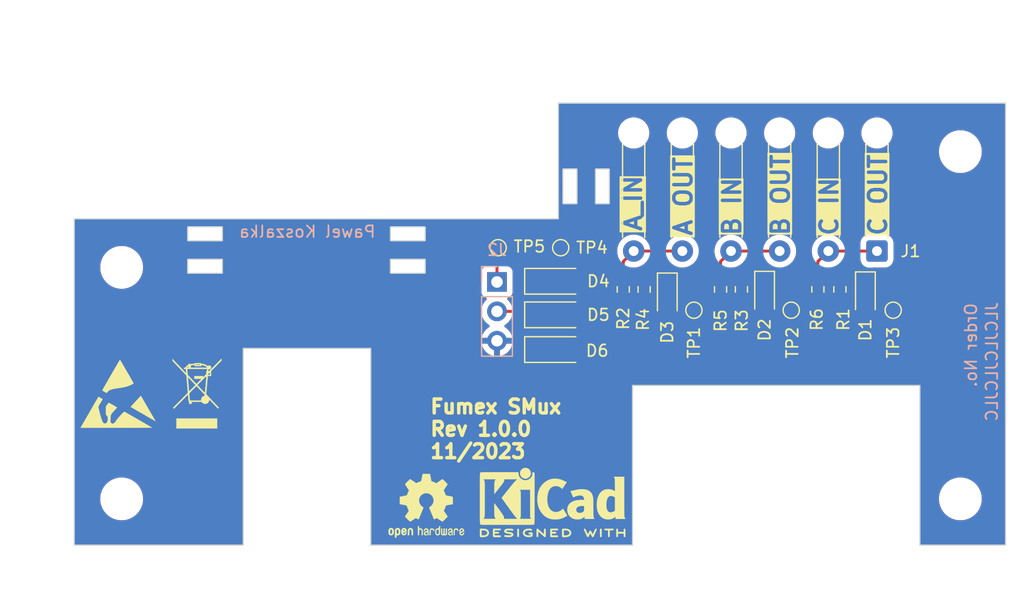
<source format=kicad_pcb>
(kicad_pcb (version 20221018) (generator pcbnew)
  (layers (0 "F.Cu" signal) (31 "B.Cu" signal) (34 "B.Paste" user) (35 "F.Paste" user) (36 "B.SilkS" user "B.Silkscreen") (37 "F.SilkS" user "F.Silkscreen") (38 "B.Mask" user) (39 "F.Mask" user) (44 "Edge.Cuts" user))
  (net 0 "")
  (net 1 "GND")
  (net 2 "Net-(D1-A2)")
  (net 3 "Net-(D2-A2)")
  (net 4 "Net-(D3-A2)")
  (net 5 "Net-(D4-K)")
  (net 6 "Net-(J1-Pin_1)")
  (net 7 "Net-(J1-Pin_3)")
  (net 8 "Net-(J1-Pin_5)")
  (net 9 "Net-(J2-Pin_1)")
  (footprint "Diode_SMD:D_MiniMELF" (layer "F.Cu") (at 158.95 109)
    (fp_text reference "D4" (at 3.7 0) (layer "F.SilkS"))
    (fp_text value "LL103A")
    (pad "1" smd roundrect (at -1.75 0) (size 1.3 1.7) (layers "F.Cu" "F.Paste" "F.Mask") (roundrect_rratio 0.1923076923) (net 5 "Net-(D4-K)"))
    (pad "2" smd roundrect (at 1.75 0) (size 1.3 1.7) (layers "F.Cu" "F.Paste" "F.Mask") (roundrect_rratio 0.1923076923) (net 4 "Net-(D3-A2)"))
  )
  (footprint "Connector_Wire:SolderWire-0.25sqmm_1x06_P4.2mm_D0.65mm_OD1.7mm_Relief" (layer "F.Cu") (at 186.7 106.39 180)
    (fp_text reference "J1" (at -2.9 -0.01) (layer "F.SilkS"))
    (fp_text value "Conn_01x06")
    (pad "" np_thru_hole circle (at 0 10.2 180) (size 2.2 2.2) (drill 2.2) (layers "*.Cu" "*.Mask"))
    (pad "" np_thru_hole circle (at 4.2 10.2 180) (size 2.2 2.2) (drill 2.2) (layers "*.Cu" "*.Mask"))
    (pad "" np_thru_hole circle (at 8.4 10.2 180) (size 2.2 2.2) (drill 2.2) (layers "*.Cu" "*.Mask"))
    (pad "" np_thru_hole circle (at 12.6 10.2 180) (size 2.2 2.2) (drill 2.2) (layers "*.Cu" "*.Mask"))
    (pad "" np_thru_hole circle (at 16.8 10.2 180) (size 2.2 2.2) (drill 2.2) (layers "*.Cu" "*.Mask"))
    (pad "" np_thru_hole circle (at 21 10.2 180) (size 2.2 2.2) (drill 2.2) (layers "*.Cu" "*.Mask"))
    (pad "1" thru_hole roundrect (at 0 0 180) (size 1.85 1.85) (drill 0.85) (layers "*.Cu" "*.Mask") (roundrect_rratio 0.1351351351) (net 6 "Net-(J1-Pin_1)"))
    (pad "2" thru_hole circle (at 4.2 0 180) (size 1.85 1.85) (drill 0.85) (layers "*.Cu" "*.Mask") (net 6 "Net-(J1-Pin_1)"))
    (pad "3" thru_hole circle (at 8.4 0 180) (size 1.85 1.85) (drill 0.85) (layers "*.Cu" "*.Mask") (net 7 "Net-(J1-Pin_3)"))
    (pad "4" thru_hole circle (at 12.6 0 180) (size 1.85 1.85) (drill 0.85) (layers "*.Cu" "*.Mask") (net 7 "Net-(J1-Pin_3)"))
    (pad "5" thru_hole circle (at 16.8 0 180) (size 1.85 1.85) (drill 0.85) (layers "*.Cu" "*.Mask") (net 8 "Net-(J1-Pin_5)"))
    (pad "6" thru_hole circle (at 21 0 180) (size 1.85 1.85) (drill 0.85) (layers "*.Cu" "*.Mask") (net 8 "Net-(J1-Pin_5)"))
  )
  (footprint "Diode_SMD:D_MiniMELF" (layer "F.Cu") (at 158.95 114.9)
    (fp_text reference "D6" (at 3.6 0.1) (layer "F.SilkS"))
    (fp_text value "LL103A")
    (pad "1" smd roundrect (at -1.75 0) (size 1.3 1.7) (layers "F.Cu" "F.Paste" "F.Mask") (roundrect_rratio 0.1923076923) (net 5 "Net-(D4-K)"))
    (pad "2" smd roundrect (at 1.75 0) (size 1.3 1.7) (layers "F.Cu" "F.Paste" "F.Mask") (roundrect_rratio 0.1923076923) (net 2 "Net-(D1-A2)"))
  )
  (footprint "Symbol:OSHW-Logo2_7.3x6mm_SilkScreen" (layer "F.Cu") (at 147.8 128.4)
    (fp_text reference "REF**" hide)
    (fp_text value "OSHW-Logo2_7.3x6mm_SilkScreen" hide)
  )
  (footprint "Resistor_SMD:R_0603_1608Metric" (layer "F.Cu") (at 181.6 109.7 -90)
    (fp_text reference "R6" (at 2.6 0.1 90) (layer "F.SilkS"))
    (fp_text value "4k7")
    (pad "1" smd roundrect (at -0.825 0 270) (size 0.8 0.95) (layers "F.Cu" "F.Paste" "F.Mask") (net 6 "Net-(J1-Pin_1)"))
    (pad "2" smd roundrect (at 0.825 0 270) (size 0.8 0.95) (layers "F.Cu" "F.Paste" "F.Mask") (net 2 "Net-(D1-A2)"))
  )
  (footprint "Resistor_SMD:R_0603_1608Metric" (layer "F.Cu") (at 164.8 109.7 -90)
    (fp_text reference "R2" (at 2.525 0 90) (layer "F.SilkS"))
    (fp_text value "4k7")
    (pad "1" smd roundrect (at -0.825 0 270) (size 0.8 0.95) (layers "F.Cu" "F.Paste" "F.Mask") (net 8 "Net-(J1-Pin_5)"))
    (pad "2" smd roundrect (at 0.825 0 270) (size 0.8 0.95) (layers "F.Cu" "F.Paste" "F.Mask") (net 4 "Net-(D3-A2)"))
  )
  (footprint "MountingHole:MountingHole_3.2mm_M3" (layer "F.Cu") (at 193.9 97.8)
    (fp_text reference "H2" hide)
    (fp_text value "MountingHole")
    (pad "" np_thru_hole circle (at 0 0) (size 3.2 3.2) (drill 3.2) (layers "*.Cu" "*.Mask"))
  )
  (footprint "TestPoint:TestPoint_Pad_D1.0mm" (layer "F.Cu") (at 179.3 111.5 90)
    (fp_text reference "TP2" (at -2.8 0.1 90) (layer "F.SilkS" knockout))
    (fp_text value "TestPoint")
    (pad "1" smd circle (at 0 0 90) (size 1 1) (layers "F.Cu" "F.Mask") (net 3 "Net-(D2-A2)"))
  )
  (footprint "Resistor_SMD:R_0603_1608Metric" (layer "F.Cu") (at 173.2 109.7 -90)
    (fp_text reference "R5" (at 2.7 0 90) (layer "F.SilkS"))
    (fp_text value "4k7")
    (pad "1" smd roundrect (at -0.825 0 270) (size 0.8 0.95) (layers "F.Cu" "F.Paste" "F.Mask") (net 7 "Net-(J1-Pin_3)"))
    (pad "2" smd roundrect (at 0.825 0 270) (size 0.8 0.95) (layers "F.Cu" "F.Paste" "F.Mask") (net 3 "Net-(D2-A2)"))
  )
  (footprint "TestPoint:TestPoint_Pad_D1.0mm" (layer "F.Cu") (at 170.9 111.5)
    (fp_text reference "TP1" (at 0 2.8 90) (layer "F.SilkS" knockout))
    (fp_text value "TestPoint")
    (pad "1" smd circle (at 0 0) (size 1 1) (layers "F.Cu" "F.Mask") (net 4 "Net-(D3-A2)"))
  )
  (footprint "Diode_SMD:D_SOD-323_HandSoldering" (layer "F.Cu") (at 185.7 110.2 -90)
    (fp_text reference "D1" (at 3 0 90) (layer "F.SilkS"))
    (fp_text value "ESD3B15WS")
    (pad "1" smd roundrect (at -1.25 0 270) (size 1 1) (layers "F.Cu" "F.Paste" "F.Mask") (net 1 "GND"))
    (pad "2" smd roundrect (at 1.25 0 270) (size 1 1) (layers "F.Cu" "F.Paste" "F.Mask") (net 2 "Net-(D1-A2)"))
  )
  (footprint "Symbol:ESD-Logo_6.6x6mm_SilkScreen" (layer "F.Cu") (at 121.2 118.7)
    (fp_text reference "REF**" hide)
    (fp_text value "ESD-Logo_6.6x6mm_SilkScreen" hide)
  )
  (footprint "MountingHole:MountingHole_3.2mm_M3" (layer "F.Cu") (at 121.5 127.8)
    (fp_text reference "H1" hide)
    (fp_text value "MountingHole")
    (pad "" np_thru_hole circle (at 0 0) (size 3.2 3.2) (drill 3.2) (layers "*.Cu" "*.Mask"))
  )
  (footprint "Resistor_SMD:R_0603_1608Metric" (layer "F.Cu") (at 166.6 109.7 -90)
    (fp_text reference "R4" (at 2.6 0.1 -90) (layer "F.SilkS"))
    (fp_text value "3k3")
    (pad "1" smd roundrect (at -0.825 0 270) (size 0.8 0.95) (layers "F.Cu" "F.Paste" "F.Mask") (net 1 "GND"))
    (pad "2" smd roundrect (at 0.825 0 270) (size 0.8 0.95) (layers "F.Cu" "F.Paste" "F.Mask") (net 4 "Net-(D3-A2)"))
  )
  (footprint "Resistor_SMD:R_0603_1608Metric" (layer "F.Cu") (at 183.5 109.7 -90)
    (fp_text reference "R1" (at 2.6 -0.3 90) (layer "F.SilkS"))
    (fp_text value "3k3")
    (pad "1" smd roundrect (at -0.825 0 270) (size 0.8 0.95) (layers "F.Cu" "F.Paste" "F.Mask") (net 1 "GND"))
    (pad "2" smd roundrect (at 0.825 0 270) (size 0.8 0.95) (layers "F.Cu" "F.Paste" "F.Mask") (net 2 "Net-(D1-A2)"))
  )
  (footprint "TestPoint:TestPoint_Pad_D1.0mm" (layer "F.Cu") (at 159.4 106.1)
    (fp_text reference "TP4" (at 2.7 0) (layer "F.SilkS" knockout))
    (fp_text value "TestPoint")
    (pad "1" smd circle (at 0 0) (size 1 1) (layers "F.Cu" "F.Mask") (net 1 "GND"))
  )
  (footprint "MountingHole:MountingHole_3.2mm_M3" (layer "F.Cu") (at 121.5 107.8)
    (fp_text reference "H4" hide)
    (fp_text value "MountingHole")
    (pad "" np_thru_hole circle (at 0 0) (size 3.2 3.2) (drill 3.2) (layers "*.Cu" "*.Mask"))
  )
  (footprint "Resistor_SMD:R_0603_1608Metric" (layer "F.Cu") (at 175 109.7 -90)
    (fp_text reference "R3" (at 2.7 -0.025 90) (layer "F.SilkS"))
    (fp_text value "3k3")
    (pad "1" smd roundrect (at -0.825 0 270) (size 0.8 0.95) (layers "F.Cu" "F.Paste" "F.Mask") (net 1 "GND"))
    (pad "2" smd roundrect (at 0.825 0 270) (size 0.8 0.95) (layers "F.Cu" "F.Paste" "F.Mask") (net 3 "Net-(D2-A2)"))
  )
  (footprint "TestPoint:TestPoint_Pad_D1.0mm" (layer "F.Cu") (at 154 106.1)
    (fp_text reference "TP5" (at 2.7 -0.1) (layer "F.SilkS" knockout))
    (fp_text value "TestPoint")
    (pad "1" smd circle (at 0 0) (size 1 1) (layers "F.Cu" "F.Mask") (net 9 "Net-(J2-Pin_1)"))
  )
  (footprint "Diode_SMD:D_SOD-323_HandSoldering" (layer "F.Cu") (at 177 110.15 -90)
    (fp_text reference "D2" (at 3.05 0 90) (layer "F.SilkS"))
    (fp_text value "ESD3B15WS")
    (pad "1" smd roundrect (at -1.25 0 270) (size 1 1) (layers "F.Cu" "F.Paste" "F.Mask") (net 1 "GND"))
    (pad "2" smd roundrect (at 1.25 0 270) (size 1 1) (layers "F.Cu" "F.Paste" "F.Mask") (net 3 "Net-(D2-A2)"))
  )
  (footprint "MountingHole:MountingHole_3.2mm_M3" (layer "F.Cu") (at 193.9 127.8)
    (fp_text reference "H3" hide)
    (fp_text value "MountingHole")
    (pad "" np_thru_hole circle (at 0 0) (size 3.2 3.2) (drill 3.2) (layers "*.Cu" "*.Mask"))
  )
  (footprint "Symbol:KiCad-Logo2_5mm_SilkScreen" (layer "F.Cu") (at 158.7 128.1)
    (fp_text reference "REF**" hide)
    (fp_text value "KiCad-Logo2_5mm_SilkScreen" hide)
  )
  (footprint "Diode_SMD:D_MiniMELF" (layer "F.Cu") (at 158.95 111.9)
    (fp_text reference "D5" (at 3.7 0) (layer "F.SilkS"))
    (fp_text value "LL103A")
    (pad "1" smd roundrect (at -1.75 0) (size 1.3 1.7) (layers "F.Cu" "F.Paste" "F.Mask") (roundrect_rratio 0.1923076923) (net 5 "Net-(D4-K)"))
    (pad "2" smd roundrect (at 1.75 0) (size 1.3 1.7) (layers "F.Cu" "F.Paste" "F.Mask") (roundrect_rratio 0.1923076923) (net 3 "Net-(D2-A2)"))
  )
  (footprint "Diode_SMD:D_SOD-323_HandSoldering" (layer "F.Cu") (at 168.6 110.3 -90)
    (fp_text reference "D3" (at 3.1 0 90) (layer "F.SilkS"))
    (fp_text value "ESD3B15WS")
    (pad "1" smd roundrect (at -1.25 0 270) (size 1 1) (layers "F.Cu" "F.Paste" "F.Mask") (net 1 "GND"))
    (pad "2" smd roundrect (at 1.25 0 270) (size 1 1) (layers "F.Cu" "F.Paste" "F.Mask") (net 4 "Net-(D3-A2)"))
  )
  (footprint "TestPoint:TestPoint_Pad_D1.0mm" (layer "F.Cu") (at 188.1 111.5)
    (fp_text reference "TP3" (at 0 2.8 90) (layer "F.SilkS" knockout))
    (fp_text value "TestPoint")
    (pad "1" smd circle (at 0 0) (size 1 1) (layers "F.Cu" "F.Mask") (net 2 "Net-(D1-A2)"))
  )
  (footprint "Symbol:WEEE-Logo_4.2x6mm_SilkScreen" (layer "F.Cu") (at 128 118.7)
    (fp_text reference "REF**" hide)
    (fp_text value "WEEE-Logo_4.2x6mm_SilkScreen" hide)
  )
  (footprint "Connector_PinSocket_2.54mm:PinSocket_1x03_P2.54mm_Vertical" (layer "B.Cu") (at 153.9 109.06 180)
    (fp_text reference "J2" (at 0 2.77) (layer "B.SilkS") (effects (justify mirror)))
    (fp_text value "Conn_01x03")
    (pad "1" thru_hole rect (at 0 0 180) (size 1.7 1.7) (drill 1) (layers "*.Cu" "*.Mask") (net 9 "Net-(J2-Pin_1)"))
    (pad "2" thru_hole oval (at 0 -2.54 180) (size 1.7 1.7) (drill 1) (layers "*.Cu" "*.Mask") (net 5 "Net-(D4-K)"))
    (pad "3" thru_hole oval (at 0 -5.08 180) (size 1.7 1.7) (drill 1) (layers "*.Cu" "*.Mask") (net 1 "GND"))
  )
  (gr_rect (start 144.7 107.1) (end 147.7 108.3) (stroke (width 0.1)) (fill none) (layer "Edge.Cuts"))
  (gr_rect (start 127.2 104.3) (end 130.2 105.5) (stroke (width 0.1)) (fill none) (layer "Edge.Cuts"))
  (gr_line (start 190.4 131.8) (end 197.8 131.8) (stroke (width 0.1)) (layer "Edge.Cuts"))
  (gr_line (start 132 131.8) (end 117.4 131.8) (stroke (width 0.1)) (layer "Edge.Cuts"))
  (gr_line (start 143 114.8) (end 143 131.8) (stroke (width 0.1)) (layer "Edge.Cuts"))
  (gr_rect (start 162.4 99.3) (end 163.6 102.3) (stroke (width 0.1)) (fill none) (layer "Edge.Cuts"))
  (gr_line (start 159.2 93.6) (end 159.2 98.5) (stroke (width 0.1)) (layer "Edge.Cuts"))
  (gr_line (start 117.8 103.6) (end 117.4 103.6) (stroke (width 0.1)) (layer "Edge.Cuts"))
  (gr_line (start 165.6 118) (end 190.4 118) (stroke (width 0.1)) (layer "Edge.Cuts"))
  (gr_line (start 159.2 100.5) (end 159.2 101.8) (stroke (width 0.1)) (layer "Edge.Cuts"))
  (gr_rect (start 127.2 107.1) (end 130.2 108.3) (stroke (width 0.1)) (fill none) (layer "Edge.Cuts"))
  (gr_line (start 197.8 93.6) (end 159.2 93.6) (stroke (width 0.1)) (layer "Edge.Cuts"))
  (gr_line (start 159.2 101.8) (end 159.2 102.6) (stroke (width 0.1)) (layer "Edge.Cuts"))
  (gr_line (start 159.2 98.5) (end 159.2 100.5) (stroke (width 0.1)) (layer "Edge.Cuts"))
  (gr_line (start 132 114.8) (end 143 114.8) (stroke (width 0.1)) (layer "Edge.Cuts"))
  (gr_line (start 190.4 118) (end 190.4 131.8) (stroke (width 0.1)) (layer "Edge.Cuts"))
  (gr_line (start 159.2 102.6) (end 159.2 103.1) (stroke (width 0.1)) (layer "Edge.Cuts"))
  (gr_line (start 197.8 131.8) (end 197.8 93.6) (stroke (width 0.1)) (layer "Edge.Cuts"))
  (gr_line (start 143 131.8) (end 165.6 131.8) (stroke (width 0.1)) (layer "Edge.Cuts"))
  (gr_rect (start 144.7 104.3) (end 147.7 105.5) (stroke (width 0.1)) (fill none) (layer "Edge.Cuts"))
  (gr_line (start 159.2 103.1) (end 159.2 103.6) (stroke (width 0.1)) (layer "Edge.Cuts"))
  (gr_rect (start 159.6 99.3) (end 160.8 102.3) (stroke (width 0.1)) (fill none) (layer "Edge.Cuts"))
  (gr_line (start 117.4 103.6) (end 117.4 131.8) (stroke (width 0.1)) (layer "Edge.Cuts"))
  (gr_line (start 117.8 103.6) (end 159.2 103.6) (stroke (width 0.1)) (layer "Edge.Cuts"))
  (gr_line (start 132 131.8) (end 132 114.8) (stroke (width 0.1)) (layer "Edge.Cuts"))
  (gr_line (start 165.6 131.8) (end 165.6 118) (stroke (width 0.1)) (layer "Edge.Cuts"))
  (gr_line (start 159.2 103.6) (end 159.2 103.6) (stroke (width 0.1)) (layer "Edge.Cuts"))
  (gr_text "JLCJLCJLCJLC" (at 197.2 110.7 90) (layer "B.SilkS") (effects (font (size 1 1)) (justify left bottom mirror)))
  (gr_text "Order No." (at 195.4 110.8 90) (layer "B.SilkS") (effects (font (size 1 1)) (justify left bottom mirror)))
  (gr_text "Pawel Koszalka" (at 143.5 105.3) (layer "B.SilkS") (effects (font (size 1 1)) (justify left bottom mirror)))
  (gr_text "C OUT" (at 187.66 105.205 90) (layer "F.SilkS" knockout) (effects (font (size 1.5 1.5) (thickness 0.3) bold) (justify left bottom)))
  (gr_text "A_IN" (at 166.5 104.8 90) (layer "F.SilkS" knockout) (effects (font (size 1.5 1.5) (thickness 0.3) bold) (justify left bottom)))
  (gr_text "Fumex SMux\nRev 1.0.0\n11/2023" (at 148 124.4) (layer "F.SilkS") (effects (font (size 1.2 1.2) (thickness 0.3) bold) (justify left bottom)))
  (gr_text "A OUT" (at 170.86 105.205 90) (layer "F.SilkS" knockout) (effects (font (size 1.5 1.5) (thickness 0.3) bold) (justify left bottom)))
  (gr_text "C IN" (at 183.46 105.205 90) (layer "F.SilkS" knockout) (effects (font (size 1.5 1.5) (thickness 0.3) bold) (justify left bottom)))
  (gr_text "B IN" (at 175.06 105.205 90) (layer "F.SilkS" knockout) (effects (font (size 1.5 1.5) (thickness 0.3) bold) (justify left bottom)))
  (gr_text "B OUT" (at 179.26 105.205 90) (layer "F.SilkS" knockout) (effects (font (size 1.5 1.5) (thickness 0.3) bold) (justify left bottom)))
  (segment (start 183.75 111.45) (end 183.5 111.2) (width 0.25) (layer "F.Cu") (net 2))
  (segment (start 185.7 114.3) (end 185.7 111.45) (width 0.25) (layer "F.Cu") (net 2))
  (segment (start 185.7 111.45) (end 188.05 111.45) (width 0.25) (layer "F.Cu") (net 2))
  (segment (start 160.7 114.9) (end 185.1 114.9) (width 0.25) (layer "F.Cu") (net 2))
  (segment (start 181.6 110.525) (end 183.5 110.525) (width 0.25) (layer "F.Cu") (net 2))
  (segment (start 185.7 111.45) (end 183.75 111.45) (width 0.25) (layer "F.Cu") (net 2))
  (segment (start 188.05 111.45) (end 188.1 111.5) (width 0.25) (layer "F.Cu") (net 2))
  (segment (start 183.5 110.525) (end 183.5 111.2) (width 0.25) (layer "F.Cu") (net 2))
  (segment (start 185.1 114.9) (end 185.7 114.3) (width 0.25) (layer "F.Cu") (net 2))
  (segment (start 160.7 111.9) (end 162.2 111.9) (width 0.25) (layer "F.Cu") (net 3))
  (segment (start 173.2 110.525) (end 175 110.525) (width 0.25) (layer "F.Cu") (net 3))
  (segment (start 175.2 111.4) (end 175 111.2) (width 0.25) (layer "F.Cu") (net 3))
  (segment (start 162.2 111.9) (end 163.7 113.4) (width 0.25) (layer "F.Cu") (net 3))
  (segment (start 175 110.525) (end 175 111.2) (width 0.25) (layer "F.Cu") (net 3))
  (segment (start 163.7 113.4) (end 176.6 113.4) (width 0.25) (layer "F.Cu") (net 3))
  (segment (start 177 111.4) (end 175.2 111.4) (width 0.25) (layer "F.Cu") (net 3))
  (segment (start 176.6 113.4) (end 177 113) (width 0.25) (layer "F.Cu") (net 3))
  (segment (start 179.2 111.4) (end 179.3 111.5) (width 0.25) (layer "F.Cu") (net 3))
  (segment (start 177 111.4) (end 179.2 111.4) (width 0.25) (layer "F.Cu") (net 3))
  (segment (start 177 111.4) (end 177 113) (width 0.25) (layer "F.Cu") (net 3))
  (segment (start 164.8 110.525) (end 166.6 110.525) (width 0.25) (layer "F.Cu") (net 4))
  (segment (start 168.6 111.55) (end 164 111.55) (width 0.25) (layer "F.Cu") (net 4))
  (segment (start 168.225 110.525) (end 168.6 110.9) (width 0.25) (layer "F.Cu") (net 4))
  (segment (start 170.85 111.55) (end 170.9 111.5) (width 0.25) (layer "F.Cu") (net 4))
  (segment (start 163.3 109.5) (end 163.3 110.85) (width 0.25) (layer "F.Cu") (net 4))
  (segment (start 160.7 109) (end 162.8 109) (width 0.25) (layer "F.Cu") (net 4))
  (segment (start 162.8 109) (end 163.3 109.5) (width 0.25) (layer "F.Cu") (net 4))
  (segment (start 168.6 111.55) (end 170.85 111.55) (width 0.25) (layer "F.Cu") (net 4))
  (segment (start 163.3 110.85) (end 164 111.55) (width 0.25) (layer "F.Cu") (net 4))
  (segment (start 168.6 110.9) (end 168.6 111.55) (width 0.25) (layer "F.Cu") (net 4))
  (segment (start 166.6 110.525) (end 168.225 110.525) (width 0.25) (layer "F.Cu") (net 4))
  (segment (start 156.9 111.6) (end 157.2 111.9) (width 0.25) (layer "F.Cu") (net 5))
  (segment (start 153.9 111.6) (end 156.9 111.6) (width 0.25) (layer "F.Cu") (net 5))
  (segment (start 157.2 109) (end 157.2 114.9) (width 0.25) (layer "F.Cu") (net 5))
  (segment (start 181.6 108.875) (end 181.6 107.29) (width 0.25) (layer "F.Cu") (net 6))
  (segment (start 181.6 107.29) (end 182.5 106.39) (width 0.25) (layer "F.Cu") (net 6))
  (segment (start 182.5 106.39) (end 186.7 106.39) (width 0.25) (layer "F.Cu") (net 6))
  (segment (start 174.1 106.39) (end 178.3 106.39) (width 0.25) (layer "F.Cu") (net 7))
  (segment (start 173.2 108.875) (end 173.2 107.29) (width 0.25) (layer "F.Cu") (net 7))
  (segment (start 173.2 107.29) (end 174.1 106.39) (width 0.25) (layer "F.Cu") (net 7))
  (segment (start 164.8 108.875) (end 164.8 107.29) (width 0.25) (layer "F.Cu") (net 8))
  (segment (start 164.8 107.29) (end 165.7 106.39) (width 0.25) (layer "F.Cu") (net 8))
  (segment (start 165.7 106.39) (end 169.9 106.39) (width 0.25) (layer "F.Cu") (net 8))
  (segment (start 153.9 106.2) (end 154 106.1) (width 0.25) (layer "F.Cu") (net 9))
  (segment (start 153.9 109.06) (end 153.9 106.2) (width 0.25) (layer "F.Cu") (net 9))
  (zone (net 1) (net_name "GND") (layer "F.Cu") (connect_pads (clearance 0.5)) (min_thickness 0.25) (fill yes (thermal_gap 0.5) (thermal_bridge_width 0.5))
    (polygon (pts (xy 199.4 91.2) (xy 199.4 133.5) (xy 111 133.6) (xy 111.1 91.8)))
  )
  (zone (net 1) (net_name "GND") (layer "B.Cu") (priority 1) (connect_pads (clearance 0.5)) (min_thickness 0.25) (fill yes (thermal_gap 0.5) (thermal_bridge_width 0.5))
    (polygon (pts (xy 198.3 89.2) (xy 198.4 136.3) (xy 113.6 136.7) (xy 113.5 84.8) (xy 198.2 84.7) (xy 198.3 84.7)))
  )
)
</source>
